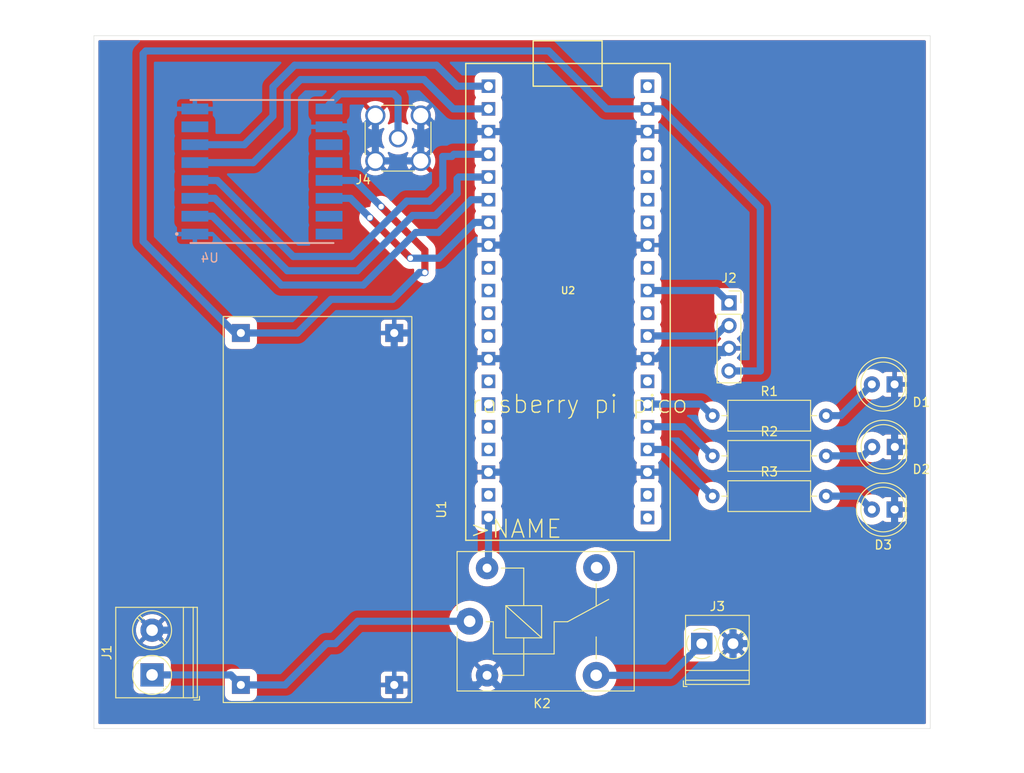
<source format=kicad_pcb>
(kicad_pcb (version 20240108) (generator "pcbnew") (generator_version "8.0")
  (layers (0 "F.Cu" signal) (31 "B.Cu" signal) (34 "B.Paste" user) (35 "F.Paste" user) (36 "B.SilkS" user "B.Silkscreen") (37 "F.SilkS" user "F.Silkscreen") (38 "B.Mask" user) (39 "F.Mask" user) (44 "Edge.Cuts" user))
  (net 0 "")
  (net 1 "GND")
  (net 2 "Net-(D1-A)")
  (net 3 "Net-(D2-A)")
  (net 4 "Net-(D3-A)")
  (net 5 "+12V")
  (net 6 "D0")
  (net 7 "+3.3V")
  (net 8 "A0")
  (net 9 "Pump active")
  (net 10 "Net-(J4-In)")
  (net 11 "RelayON")
  (net 12 "MoistureOK")
  (net 13 "MoistureLOW")
  (net 16 "SCK")
  (net 17 "MOSI")
  (net 18 "DIO0")
  (net 19 "NSS")
  (net 20 "MISO")
  (net 37 "RESET")
  (net 40 "IrrigON")
  (footprint "Connector_Coaxial:SMA_Amphenol_132134_Vertical" (layer "F.Cu") (at 119 54.46 180)
    (property "Reference" "J4" (at 3.887258 -4.637258 180) (layer "F.SilkS"))
    (property "Value" "Conn_Coaxial")
    (fp_line (start 3.68 -1.8) (end 3.68 1.8) (stroke (width 0.12)) (layer "F.SilkS"))
    (fp_line (start -1.8 3.68) (end 1.8 3.68) (stroke (width 0.12)) (layer "F.SilkS"))
    (fp_line (start -1.8 -3.68) (end 1.8 -3.68) (stroke (width 0.12)) (layer "F.SilkS"))
    (fp_line (start -3.68 -1.8) (end -3.68 1.8) (stroke (width 0.12)) (layer "F.SilkS"))
    (pad "1" thru_hole circle (at 0 0 180) (size 2.05 2.05) (drill 1.5) (layers "*.Cu" "*.Mask") (net 10 "Net-(J4-In)"))
    (pad "2" thru_hole circle (at -2.54 -2.54 180) (size 2.25 2.25) (drill 1.7) (layers "*.Cu" "*.Mask") (net 1 "GND"))
    (pad "2" thru_hole circle (at -2.54 2.54 180) (size 2.25 2.25) (drill 1.7) (layers "*.Cu" "*.Mask") (net 1 "GND"))
    (pad "2" thru_hole circle (at 2.54 -2.54 180) (size 2.25 2.25) (drill 1.7) (layers "*.Cu" "*.Mask") (net 1 "GND"))
    (pad "2" thru_hole circle (at 2.54 2.54 180) (size 2.25 2.25) (drill 1.7) (layers "*.Cu" "*.Mask") (net 1 "GND"))
  )
  (footprint "LED_THT:LED_D5.0mm_Clear" (layer "F.Cu") (at 174.54 89 180)
    (property "Reference" "D2" (at -2.96 -2.5 180) (layer "F.SilkS"))
    (property "Value" "Good moisture LED")
    (fp_line (start -1.29 -1.545) (end -1.29 1.545) (stroke (width 0.12)) (layer "F.SilkS"))
    (fp_arc (start 4.26 -0.000462) (mid 2.072002 2.880433) (end -1.29 1.54483) (stroke (width 0.12)) (layer "F.SilkS"))
    (fp_arc (start -1.29 -1.54483) (mid 2.072002 -2.880433) (end 4.26 0.000462) (stroke (width 0.12)) (layer "F.SilkS"))
    (fp_circle (center 1.27 0) (end 3.77 0) (stroke (width 0.12)) (fill none) (layer "F.SilkS"))
    (pad "1" thru_hole rect (at 0 0 180) (size 1.8 1.8) (drill 0.9) (layers "*.Cu" "*.Mask") (net 1 "GND"))
    (pad "2" thru_hole circle (at 2.54 0 180) (size 1.8 1.8) (drill 0.9) (layers "*.Cu" "*.Mask") (net 3 "Net-(D2-A)"))
  )
  (footprint "LED_THT:LED_D5.0mm_Clear" (layer "F.Cu") (at 174.51 82 180)
    (property "Reference" "D1" (at -2.99 -2 180) (layer "F.SilkS"))
    (property "Value" "irrigating LED")
    (fp_line (start -1.29 -1.545) (end -1.29 1.545) (stroke (width 0.12)) (layer "F.SilkS"))
    (fp_arc (start 4.26 -0.000462) (mid 2.072002 2.880433) (end -1.29 1.54483) (stroke (width 0.12)) (layer "F.SilkS"))
    (fp_arc (start -1.29 -1.54483) (mid 2.072002 -2.880433) (end 4.26 0.000462) (stroke (width 0.12)) (layer "F.SilkS"))
    (fp_circle (center 1.27 0) (end 3.77 0) (stroke (width 0.12)) (fill none) (layer "F.SilkS"))
    (pad "1" thru_hole rect (at 0 0 180) (size 1.8 1.8) (drill 0.9) (layers "*.Cu" "*.Mask") (net 1 "GND"))
    (pad "2" thru_hole circle (at 2.54 0 180) (size 1.8 1.8) (drill 0.9) (layers "*.Cu" "*.Mask") (net 2 "Net-(D1-A)"))
  )
  (footprint "TerminalBlock_Phoenix:TerminalBlock_Phoenix_PT-1,5-2-3.5-H_1x02_P3.50mm_Horizontal" (layer "F.Cu") (at 152.95 111)
    (property "Reference" "J3" (at 1.75 -4.16 0) (layer "F.SilkS"))
    (property "Value" "WaterPump connector")
    (fp_line (start -2.05 4.16) (end -2.05 4.8) (stroke (width 0.12)) (layer "F.SilkS"))
    (fp_line (start -2.05 4.8) (end -1.65 4.8) (stroke (width 0.12)) (layer "F.SilkS"))
    (fp_line (start -1.81 -3.16) (end -1.81 4.56) (stroke (width 0.12)) (layer "F.SilkS"))
    (fp_line (start -1.81 -3.16) (end 5.31 -3.16) (stroke (width 0.12)) (layer "F.SilkS"))
    (fp_line (start -1.81 3) (end 5.31 3) (stroke (width 0.12)) (layer "F.SilkS"))
    (fp_line (start -1.81 4.1) (end 5.31 4.1) (stroke (width 0.12)) (layer "F.SilkS"))
    (fp_line (start -1.81 4.56) (end 5.31 4.56) (stroke (width 0.12)) (layer "F.SilkS"))
    (fp_line (start 2.355 0.941) (end 2.226 1.069) (stroke (width 0.12)) (layer "F.SilkS"))
    (fp_line (start 2.525 1.181) (end 2.431 1.274) (stroke (width 0.12)) (layer "F.SilkS"))
    (fp_line (start 4.57 -1.275) (end 4.476 -1.181) (stroke (width 0.12)) (layer "F.SilkS"))
    (fp_line (start 4.775 -1.069) (end 4.646 -0.941) (stroke (width 0.12)) (layer "F.SilkS"))
    (fp_line (start 5.31 -3.16) (end 5.31 4.56) (stroke (width 0.12)) (layer "F.SilkS"))
    (fp_arc (start -1.425358 0.889894) (mid -1.680286 0.014012) (end -1.44 -0.866) (stroke (width 0.12)) (layer "F.SilkS"))
    (fp_arc (start -0.889894 -1.425358) (mid -0.014012 -1.680286) (end 0.866 -1.44) (stroke (width 0.12)) (layer "F.SilkS"))
    (fp_arc (start 0.028674 1.680099) (mid -0.435535 1.622918) (end -0.866 1.44) (stroke (width 0.12)) (layer "F.SilkS"))
    (fp_arc (start 0.890264 1.424721) (mid 0.463071 1.61492) (end 0 1.68) (stroke (width 0.12)) (layer "F.SilkS"))
    (fp_arc (start 1.425504 -0.890193) (mid 1.680626 0.000476) (end 1.425 0.891) (stroke (width 0.12)) (layer "F.SilkS"))
    (fp_circle (center 3.5 0) (end 5.18 0) (stroke (width 0.12)) (fill none) (layer "F.SilkS"))
    (pad "1" thru_hole rect (at 0 0) (size 2.4 2.4) (drill 1.2) (layers "*.Cu" "*.Mask") (net 9 "Pump active"))
    (pad "2" thru_hole circle (at 3.5 0) (size 2.4 2.4) (drill 1.2) (layers "*.Cu" "*.Mask") (net 1 "GND"))
  )
  (footprint "TerminalBlock_Phoenix:TerminalBlock_Phoenix_PT-1,5-2-5.0-H_1x02_P5.00mm_Horizontal" (layer "F.Cu") (at 91.5 114.5 90)
    (property "Reference" "J1" (at 2.5 -5.06 -90) (layer "F.SilkS"))
    (property "Value" "12VIN")
    (fp_line (start 7.56 -4.06) (end 7.56 5.06) (stroke (width 0.12)) (layer "F.SilkS"))
    (fp_line (start -2.56 -4.06) (end 7.56 -4.06) (stroke (width 0.12)) (layer "F.SilkS"))
    (fp_line (start -2.56 -4.06) (end -2.56 5.06) (stroke (width 0.12)) (layer "F.SilkS"))
    (fp_line (start 6.388 -1.654) (end 6.008 -1.274) (stroke (width 0.12)) (layer "F.SilkS"))
    (fp_line (start 1.388 -1.654) (end 1.281 -1.547) (stroke (width 0.12)) (layer "F.SilkS"))
    (fp_line (start 6.654 -1.388) (end 6.259 -0.992) (stroke (width 0.12)) (layer "F.SilkS"))
    (fp_line (start 1.654 -1.388) (end 1.547 -1.281) (stroke (width 0.12)) (layer "F.SilkS"))
    (fp_line (start 3.742 0.992) (end 3.347 1.388) (stroke (width 0.12)) (layer "F.SilkS"))
    (fp_line (start 3.993 1.274) (end 3.613 1.654) (stroke (width 0.12)) (layer "F.SilkS"))
    (fp_line (start -1.548 1.281) (end -1.654 1.388) (stroke (width 0.12)) (layer "F.SilkS"))
    (fp_line (start -1.282 1.547) (end -1.388 1.654) (stroke (width 0.12)) (layer "F.SilkS"))
    (fp_line (start -2.56 3.5) (end 7.56 3.5) (stroke (width 0.12)) (layer "F.SilkS"))
    (fp_line (start -2.56 4.6) (end 7.56 4.6) (stroke (width 0.12)) (layer "F.SilkS"))
    (fp_line (start -2.8 4.66) (end -2.8 5.3) (stroke (width 0.12)) (layer "F.SilkS"))
    (fp_line (start -2.56 5.06) (end 7.56 5.06) (stroke (width 0.12)) (layer "F.SilkS"))
    (fp_line (start -2.8 5.3) (end -2.4 5.3) (stroke (width 0.12)) (layer "F.SilkS"))
    (fp_circle (center 5 0) (end 7.18 0) (stroke (width 0.12)) (fill none) (layer "F.SilkS"))
    (fp_circle (center 0 0) (end 2.18 0) (stroke (width 0.12)) (fill none) (layer "F.SilkS"))
    (pad "1" thru_hole rect (at 0 0 90) (size 2.6 2.6) (drill 1.3) (layers "*.Cu" "*.Mask") (net 5 "+12V"))
    (pad "2" thru_hole circle (at 5 0 90) (size 2.6 2.6) (drill 1.3) (layers "*.Cu" "*.Mask") (net 1 "GND"))
  )
  (footprint "Resistor_THT:R_Axial_DIN0309_L9.0mm_D3.2mm_P12.70mm_Horizontal" (layer "F.Cu") (at 154.15 90)
    (property "Reference" "R2" (at 6.35 -2.72 0) (layer "F.SilkS"))
    (property "Value" "10k")
    (fp_line (start 1.04 0) (end 1.73 0) (stroke (width 0.12)) (layer "F.SilkS"))
    (fp_line (start 1.73 -1.72) (end 1.73 1.72) (stroke (width 0.12)) (layer "F.SilkS"))
    (fp_line (start 1.73 1.72) (end 10.97 1.72) (stroke (width 0.12)) (layer "F.SilkS"))
    (fp_line (start 10.97 -1.72) (end 1.73 -1.72) (stroke (width 0.12)) (layer "F.SilkS"))
    (fp_line (start 10.97 1.72) (end 10.97 -1.72) (stroke (width 0.12)) (layer "F.SilkS"))
    (fp_line (start 11.66 0) (end 10.97 0) (stroke (width 0.12)) (layer "F.SilkS"))
    (pad "1" thru_hole circle (at 0 0) (size 1.6 1.6) (drill 0.8) (layers "*.Cu" "*.Mask") (net 12 "MoistureOK"))
    (pad "2" thru_hole oval (at 12.7 0) (size 1.6 1.6) (drill 0.8) (layers "*.Cu" "*.Mask") (net 3 "Net-(D2-A)"))
  )
  (footprint "My_Footprints:LM2596_Buck converter" (layer "F.Cu") (at 124.351 96 90)
    (property "Reference" "U1" (at 0 -0.5 90) (layer "F.SilkS"))
    (property "Value" "LM2596_buck_converter")
    (fp_rect (start -21.59 -24.892) (end 21.59 -3.81) (stroke (width 0.12)) (fill none) (layer "F.SilkS"))
    (pad "1" thru_hole rect (at -19.6215 -22.9235 90) (size 2 2) (drill 0.9) (layers "*.Cu" "*.Mask") (net 5 "+12V"))
    (pad "2" thru_hole rect (at -19.6215 -5.7785 90) (size 2 2) (drill 0.9) (layers "*.Cu" "*.Mask") (net 1 "GND"))
    (pad "3" thru_hole rect (at 19.7485 -5.7785 90) (size 2 2) (drill 0.9) (layers "*.Cu" "*.Mask") (net 1 "GND"))
    (pad "4" thru_hole rect (at 19.7485 -22.9235 90) (size 2 2) (drill 0.9) (layers "*.Cu" "*.Mask") (net 7 "+3.3V"))
  )
  (footprint "RASPBERRY_PI_PICO:RASPBERRY_PI_PICO" (layer "F.Cu") (at 138 71.5)
    (property "Reference" "U2" (at 0 0 0) (layer "F.SilkS") (effects (font (size 0.787402 0.787402))))
    (property "Value" "RASPBERRY_PI_PICO")
    (fp_line (start -11.43 -25.4) (end -11.43 27.94) (stroke (width 0.1524)) (layer "F.SilkS"))
    (fp_line (start -11.43 27.94) (end 11.43 27.94) (stroke (width 0.1524)) (layer "F.SilkS"))
    (fp_line (start -3.89331 -27.94) (end -3.89331 -22.86) (stroke (width 0.1524)) (layer "F.SilkS"))
    (fp_line (start -3.89331 -22.86) (end 3.81 -22.86) (stroke (width 0.1524)) (layer "F.SilkS"))
    (fp_line (start 3.81 -27.94) (end -3.89331 -27.94) (stroke (width 0.1524)) (layer "F.SilkS"))
    (fp_line (start 3.81 -22.86) (end 3.81 -27.94) (stroke (width 0.1524)) (layer "F.SilkS"))
    (fp_line (start 11.43 -25.4) (end -11.43 -25.4) (stroke (width 0.1524)) (layer "F.SilkS"))
    (fp_line (start 11.43 27.94) (end 11.43 -25.4) (stroke (width 0.1524)) (layer "F.SilkS"))
    (fp_text user "rasberry pi pico" (at 1.27 12.7 0) (layer "F.SilkS") (effects (font (size 2 2))))
    (fp_text user ">NAME " (at -5.08 26.67 0) (layer "F.SilkS") (effects (font (size 2 2))))
    (pad "3V3" thru_hole rect (at 8.89 -12.7) (size 1.508 1.508) (drill 1) (layers "*.Cu" "*.Mask"))
    (pad "3V3_EN" thru_hole rect (at 8.89 -15.24) (size 1.508 1.508) (drill 1) (layers "*.Cu" "*.Mask"))
    (pad "ADC_VREF" thru_hole rect (at 8.89 -10.16) (size 1.508 1.508) (drill 1) (layers "*.Cu" "*.Mask"))
    (pad "AGND" thru_hole rect (at 8.89 -5.08) (size 1.508 1.508) (drill 1) (layers "*.Cu" "*.Mask") (net 1 "GND"))
    (pad "GND" thru_hole rect (at 8.89 -17.78) (size 1.508 1.508) (drill 1) (layers "*.Cu" "*.Mask") (net 1 "GND"))
    (pad "GND2" thru_hole rect (at 8.89 7.62) (size 1.508 1.508) (drill 1) (layers "*.Cu" "*.Mask") (net 1 "GND"))
    (pad "GND3" thru_hole rect (at 8.89 20.32) (size 1.508 1.508) (drill 1) (layers "*.Cu" "*.Mask") (net 1 "GND"))
    (pad "GND4" thru_hole rect (at -8.89 -17.78) (size 1.508 1.508) (drill 1) (layers "*.Cu" "*.Mask") (net 1 "GND"))
    (pad "GND5" thru_hole rect (at -8.89 -5.08) (size 1.508 1.508) (drill 1) (layers "*.Cu" "*.Mask") (net 1 "GND"))
    (pad "GND6" thru_hole rect (at -8.89 7.62) (size 1.508 1.508) (drill 1) (layers "*.Cu" "*.Mask") (net 1 "GND"))
    (pad "GND7" thru_hole rect (at -8.89 20.32) (size 1.508 1.508) (drill 1) (layers "*.Cu" "*.Mask") (net 1 "GND"))
    (pad "GP0" thru_hole rect (at -8.89 -22.86) (size 1.508 1.508) (drill 1) (layers "*.Cu" "*.Mask") (net 37 "RESET"))
    (pad "GP1" thru_hole rect (at -8.89 -20.32) (size 1.508 1.508) (drill 1) (layers "*.Cu" "*.Mask") (net 19 "NSS"))
    (pad "GP2" thru_hole rect (at -8.89 -15.24) (size 1.508 1.508) (drill 1) (layers "*.Cu" "*.Mask") (net 16 "SCK"))
    (pad "GP3" thru_hole rect (at -8.89 -12.7) (size 1.508 1.508) (drill 1) (layers "*.Cu" "*.Mask") (net 17 "MOSI"))
    (pad "GP4" thru_hole rect (at -8.89 -10.16) (size 1.508 1.508) (drill 1) (layers "*.Cu" "*.Mask") (net 20 "MISO"))
    (pad "GP5" thru_hole rect (at -8.89 -7.62) (size 1.508 1.508) (drill 1) (layers "*.Cu" "*.Mask") (net 18 "DIO0"))
    (pad "GP6" thru_hole rect (at -8.89 -2.54) (size 1.508 1.508) (drill 1) (layers "*.Cu" "*.Mask"))
    (pad "GP7" thru_hole rect (at -8.89 0) (size 1.508 1.508) (drill 1) (layers "*.Cu" "*.Mask"))
    (pad "GP8" thru_hole rect (at -8.89 2.54) (size 1.508 1.508) (drill 1) (layers "*.Cu" "*.Mask"))
    (pad "GP9" thru_hole rect (at -8.89 5.08) (size 1.508 1.508) (drill 1) (layers "*.Cu" "*.Mask"))
    (pad "GP10" thru_hole rect (at -8.89 10.16) (size 1.508 1.508) (drill 1) (layers "*.Cu" "*.Mask"))
    (pad "GP11" thru_hole rect (at -8.89 12.7) (size 1.508 1.508) (drill 1) (layers "*.Cu" "*.Mask"))
    (pad "GP12" thru_hole rect (at -8.89 15.24) (size 1.508 1.508) (drill 1) (layers "*.Cu" "*.Mask"))
    (pad "GP13" thru_hole rect (at -8.89 17.78) (size 1.508 1.508) (drill 1) (layers "*.Cu" "*.Mask"))
    (pad "GP14" thru_hole rect (at -8.89 22.86) (size 1.508 1.508) (drill 1) (layers "*.Cu" "*.Mask"))
    (pad "GP15" thru_hole rect (at -8.89 25.4) (size 1.508 1.508) (drill 1) (layers "*.Cu" "*.Mask") (net 11 "RelayON"))
    (pad "GP16" thru_hole rect (at 8.89 25.4) (size 1.508 1.508) (drill 1) (layers "*.Cu" "*.Mask"))
    (pad "GP17" thru_hole rect (at 8.89 22.86) (size 1.508 1.508) (drill 1) (layers "*.Cu" "*.Mask"))
    (pad "GP18" thru_hole rect (at 8.89 17.78) (size 1.508 1.508) (drill 1) (layers "*.Cu" "*.Mask") (net 13 "MoistureLOW"))
    (pad "GP19" thru_hole rect (at 8.89 15.24) (size 1.508 1.508) (drill 1) (layers "*.Cu" "*.Mask") (net 12 "MoistureOK"))
    (pad "GP20" thru_hole rect (at 8.89 12.7) (size 1.508 1.508) (drill 1) (layers "*.Cu" "*.Mask") (net 40 "IrrigON"))
    (pad "GP21" thru_hole rect (at 8.89 10.16) (size 1.508 1.508) (drill 1) (layers "*.Cu" "*.Mask"))
    (pad "GP22" thru_hole rect (at 8.89 5.08) (size 1.508 1.508) (drill 1) (layers "*.Cu" "*.Mask") (net 6 "D0"))
    (pad "GP26_A0" thru_hole rect (at 8.89 0) (size 1.508 1.508) (drill 1) (layers "*.Cu" "*.Mask") (net 8 "A0"))
    (pad "GP27_A1" thru_hole rect (at 8.89 -2.54) (size 1.508 1.508) (drill 1) (layers "*.Cu" "*.Mask"))
    (pad "GP28_A2" thru_hole rect (at 8.89 -7.62) (size 1.508 1.508) (drill 1) (layers "*.Cu" "*.Mask"))
    (pad "RUN" thru_hole rect (at 8.89 2.54) (size 1.508 1.508) (drill 1) (layers "*.Cu" "*.Mask"))
    (pad "VBUS" thru_hole rect (at 8.89 -22.86) (size 1.508 1.508) (drill 1) (layers "*.Cu" "*.Mask"))
    (pad "VSYS" thru_hole rect (at 8.89 -20.32) (size 1.508 1.508) (drill 1) (layers "*.Cu" "*.Mask") (net 7 "+3.3V"))
  )
  (footprint "Connector_PinSocket_2.54mm:PinSocket_1x04_P2.54mm_Vertical" (layer "F.Cu") (at 156 72.88)
    (property "Reference" "J2" (at 0 -2.77 0) (layer "F.SilkS"))
    (property "Value" "SoilMoisture sensor")
    (fp_line (start -1.33 1.27) (end -1.33 8.95) (stroke (width 0.12)) (layer "F.SilkS"))
    (fp_line (start -1.33 1.27) (end 1.33 1.27) (stroke (width 0.12)) (layer "F.SilkS"))
    (fp_line (start -1.33 8.95) (end 1.33 8.95) (stroke (width 0.12)) (layer "F.SilkS"))
    (fp_line (start 0 -1.33) (end 1.33 -1.33) (stroke (width 0.12)) (layer "F.SilkS"))
    (fp_line (start 1.33 -1.33) (end 1.33 0) (stroke (width 0.12)) (layer "F.SilkS"))
    (fp_line (start 1.33 1.27) (end 1.33 8.95) (stroke (width 0.12)) (layer "F.SilkS"))
    (pad "1" thru_hole rect (at 0 0) (size 1.7 1.7) (drill 1) (layers "*.Cu" "*.Mask") (net 8 "A0"))
    (pad "2" thru_hole oval (at 0 2.54) (size 1.7 1.7) (drill 1) (layers "*.Cu" "*.Mask") (net 6 "D0"))
    (pad "3" thru_hole oval (at 0 5.08) (size 1.7 1.7) (drill 1) (layers "*.Cu" "*.Mask") (net 1 "GND"))
    (pad "4" thru_hole oval (at 0 7.62) (size 1.7 1.7) (drill 1) (layers "*.Cu" "*.Mask") (net 7 "+3.3V"))
  )
  (footprint "Relay_THT:Relay_SPDT_SANYOU_SRD_Series_Form_C" (layer "F.Cu") (at 127 108.5)
    (property "Reference" "K2" (at 8.1 9.2 0) (layer "F.SilkS"))
    (property "Value" "SANYOU_SRD_Form_C")
    (fp_line (start -1.4 -7.8) (end -1.4 -1.2) (stroke (width 0.12)) (layer "F.SilkS"))
    (fp_line (start -1.4 -7.8) (end 18.4 -7.8) (stroke (width 0.12)) (layer "F.SilkS"))
    (fp_line (start -1.4 1.2) (end -1.4 7.8) (stroke (width 0.12)) (layer "F.SilkS"))
    (fp_line (start 2.65 0.05) (end 1.85 0.05) (stroke (width 0.12)) (layer "F.SilkS"))
    (fp_line (start 2.65 0.05) (end 2.65 3.65) (stroke (width 0.12)) (layer "F.SilkS"))
    (fp_line (start 3.55 6.05) (end 6.05 6.05) (stroke (width 0.12)) (layer "F.SilkS"))
    (fp_line (start 4.05 -1.75) (end 8.05 -1.75) (stroke (width 0.12)) (layer "F.SilkS"))
    (fp_line (start 4.05 1.85) (end 4.05 -1.75) (stroke (width 0.12)) (layer "F.SilkS"))
    (fp_line (start 6.05 -5.95) (end 3.55 -5.95) (stroke (width 0.12)) (layer "F.SilkS"))
    (fp_line (start 6.05 -5.95) (end 6.05 -1.75) (stroke (width 0.12)) (layer "F.SilkS"))
    (fp_line (start 6.05 1.85) (end 6.05 6.05) (stroke (width 0.12)) (layer "F.SilkS"))
    (fp_line (start 8.05 -1.75) (end 8.05 1.85) (stroke (width 0.12)) (layer "F.SilkS"))
    (fp_line (start 8.05 1.85) (end 4.05 -1.75) (stroke (width 0.12)) (layer "F.SilkS"))
    (fp_line (start 8.05 1.85) (end 4.05 1.85) (stroke (width 0.12)) (layer "F.SilkS"))
    (fp_line (start 9.45 0.05) (end 9.45 3.65) (stroke (width 0.12)) (layer "F.SilkS"))
    (fp_line (start 9.45 0.05) (end 10.95 0.05) (stroke (width 0.12)) (layer "F.SilkS"))
    (fp_line (start 9.45 3.65) (end 2.65 3.65) (stroke (width 0.12)) (layer "F.SilkS"))
    (fp_line (start 10.95 0.05) (end 15.55 -2.45) (stroke (width 0.12)) (layer "F.SilkS"))
    (fp_line (start 14.15 -4.2) (end 14.15 -1.7) (stroke (width 0.12)) (layer "F.SilkS"))
    (fp_line (start 14.15 4.2) (end 14.15 1.75) (stroke (width 0.12)) (layer "F.SilkS"))
    (fp_line (start 18.4 -7.8) (end 18.4 7.8) (stroke (width 0.12)) (layer "F.SilkS"))
    (fp_line (start 18.4 7.8) (end -1.4 7.8) (stroke (width 0.12)) (layer "F.SilkS"))
    (pad "1" thru_hole circle (at 0 0 90) (size 3 3) (drill 1.3) (layers "*.Cu" "*.Mask") (net 5 "+12V"))
    (pad "2" thru_hole circle (at 1.95 6.05 90) (size 2.5 2.5) (drill 1) (layers "*.Cu" "*.Mask") (net 1 "GND"))
    (pad "3" thru_hole circle (at 14.15 6.05 90) (size 3 3) (drill 1.3) (layers "*.Cu" "*.Mask") (net 9 "Pump active"))
    (pad "4" thru_hole circle (at 14.2 -6 90) (size 3 3) (drill 1.3) (layers "*.Cu" "*.Mask"))
    (pad "5" thru_hole circle (at 1.95 -5.95 90) (size 2.5 2.5) (drill 1) (layers "*.Cu" "*.Mask") (net 11 "RelayON"))
  )
  (footprint "Resistor_THT:R_Axial_DIN0309_L9.0mm_D3.2mm_P12.70mm_Horizontal" (layer "F.Cu") (at 154.15 94.5)
    (property "Reference" "R3" (at 6.35 -2.72 0) (layer "F.SilkS"))
    (property "Value" "10k")
    (fp_line (start 1.04 0) (end 1.73 0) (stroke (width 0.12)) (layer "F.SilkS"))
    (fp_line (start 1.73 -1.72) (end 1.73 1.72) (stroke (width 0.12)) (layer "F.SilkS"))
    (fp_line (start 1.73 1.72) (end 10.97 1.72) (stroke (width 0.12)) (layer "F.SilkS"))
    (fp_line (start 10.97 -1.72) (end 1.73 -1.72) (stroke (width 0.12)) (layer "F.SilkS"))
    (fp_line (start 10.97 1.72) (end 10.97 -1.72) (stroke (width 0.12)) (layer "F.SilkS"))
    (fp_line (start 11.66 0) (end 10.97 0) (stroke (width 0.12)) (layer "F.SilkS"))
    (pad "1" thru_hole circle (at 0 0) (size 1.6 1.6) (drill 0.8) (layers "*.Cu" "*.Mask") (net 13 "MoistureLOW"))
    (pad "2" thru_hole oval (at 12.7 0) (size 1.6 1.6) (drill 0.8) (layers "*.Cu" "*.Mask") (net 4 "Net-(D3-A)"))
  )
  (footprint "Resistor_THT:R_Axial_DIN0309_L9.0mm_D3.2mm_P12.70mm_Horizontal" (layer "F.Cu") (at 154.15 85.5)
    (property "Reference" "R1" (at 6.35 -2.72 0) (layer "F.SilkS"))
    (property "Value" "10k")
    (fp_line (start 1.04 0) (end 1.73 0) (stroke (width 0.12)) (layer "F.SilkS"))
    (fp_line (start 1.73 -1.72) (end 1.73 1.72) (stroke (width 0.12)) (layer "F.SilkS"))
    (fp_line (start 1.73 1.72) (end 10.97 1.72) (stroke (width 0.12)) (layer "F.SilkS"))
    (fp_line (start 10.97 -1.72) (end 1.73 -1.72) (stroke (width 0.12)) (layer "F.SilkS"))
    (fp_line (start 10.97 1.72) (end 10.97 -1.72) (stroke (width 0.12)) (layer "F.SilkS"))
    (fp_line (start 11.66 0) (end 10.97 0) (stroke (width 0.12)) (layer "F.SilkS"))
    (pad "1" thru_hole circle (at 0 0) (size 1.6 1.6) (drill 0.8) (layers "*.Cu" "*.Mask") (net 40 "IrrigON"))
    (pad "2" thru_hole oval (at 12.7 0) (size 1.6 1.6) (drill 0.8) (layers "*.Cu" "*.Mask") (net 2 "Net-(D1-A)"))
  )
  (footprint "LED_THT:LED_D5.0mm_Clear" (layer "F.Cu") (at 174.51 96 180)
    (property "Reference" "D3" (at 1.27 -3.96 180) (layer "F.SilkS"))
    (property "Value" "low moisture LED")
    (fp_line (start -1.29 -1.545) (end -1.29 1.545) (stroke (width 0.12)) (layer "F.SilkS"))
    (fp_arc (start 4.26 -0.000462) (mid 2.072002 2.880433) (end -1.29 1.54483) (stroke (width 0.12)) (layer "F.SilkS"))
    (fp_arc (start -1.29 -1.54483) (mid 2.072002 -2.880433) (end 4.26 0.000462) (stroke (width 0.12)) (layer "F.SilkS"))
    (fp_circle (center 1.27 0) (end 3.77 0) (stroke (width 0.12)) (fill none) (layer "F.SilkS"))
    (pad "1" thru_hole rect (at 0 0 180) (size 1.8 1.8) (drill 0.9) (layers "*.Cu" "*.Mask") (net 1 "GND"))
    (pad "2" thru_hole circle (at 2.54 0 180) (size 1.8 1.8) (drill 0.9) (layers "*.Cu" "*.Mask") (net 4 "Net-(D3-A)"))
  )
  (footprint "My_Footprints:RFM69HCW LoRa module" (layer "B.Cu") (at 103.787258 58.187258)
    (property "Reference" "U4" (at -5.84038 9.6604 360) (layer "B.SilkS") (effects (font (size 1.00263 1.00263)) (justify mirror)))
    (property "Value" "RFM69HCW LoRa module")
    (fp_line (start -8 -8) (end 8 -8) (stroke (width 0.2032)) (layer "B.SilkS"))
    (fp_line (start 8 8) (end -8 8) (stroke (width 0.2032)) (layer "B.SilkS"))
    (fp_circle (center -9.525 6.985) (end -9.425 6.985) (stroke (width 0.2)) (fill none) (layer "B.SilkS"))
    (pad "1" smd rect (at -7.5 7) (size 3 1.2) (layers "B.Cu" "B.Paste" "B.Mask") (net 1 "GND"))
    (pad "2" smd rect (at -7.5 5) (size 3 1.2) (layers "B.Cu" "B.Paste" "B.Mask") (net 20 "MISO"))
    (pad "3" smd rect (at -7.5 3) (size 3 1.2) (layers "B.Cu" "B.Paste" "B.Mask") (net 17 "MOSI"))
    (pad "4" smd rect (at -7.5 1) (size 3 1.2) (layers "B.Cu" "B.Paste" "B.Mask") (net 16 "SCK"))
    (pad "5" smd rect (at -7.5 -1) (size 3 1.2) (layers "B.Cu" "B.Paste" "B.Mask") (net 19 "NSS"))
    (pad "6" smd rect (at -7.5 -3) (size 3 1.2) (layers "B.Cu" "B.Paste" "B.Mask") (net 37 "RESET"))
    (pad "7" smd rect (at -7.5 -5) (size 3 1.2) (layers "B.Cu" "B.Paste" "B.Mask"))
    (pad "8" smd rect (at -7.5 -7) (size 3 1.2) (layers "B.Cu" "B.Paste" "B.Mask") (net 1 "GND"))
    (pad "9" smd rect (at 7.5 -7) (size 3 1.2) (layers "B.Cu" "B.Paste" "B.Mask") (net 10 "Net-(J4-In)"))
    (pad "10" smd rect (at 7.5 -5) (size 3 1.2) (layers "B.Cu" "B.Paste" "B.Mask") (net 1 "GND"))
    (pad "11" smd rect (at 7.5 -3) (size 3 1.2) (layers "B.Cu" "B.Paste" "B.Mask"))
    (pad "12" smd rect (at 7.5 -1) (size 3 1.2) (layers "B.Cu" "B.Paste" "B.Mask"))
    (pad "13" smd rect (at 7.5 1) (size 3 1.2) (layers "B.Cu" "B.Paste" "B.Mask") (net 7 "+3.3V"))
    (pad "14" smd rect (at 7.5 3) (size 3 1.2) (layers "B.Cu" "B.Paste" "B.Mask") (net 18 "DIO0"))
    (pad "15" smd rect (at 7.5 5) (size 3 1.2) (layers "B.Cu" "B.Paste" "B.Mask"))
    (pad "16" smd rect (at 7.5 7) (size 3 1.2) (layers "B.Cu" "B.Paste" "B.Mask"))
  )
  (gr_line (start 85 43) (end 178.5 43) (stroke (width 0.05)) (layer "Edge.Cuts"))
  (gr_line (start 85 120.5) (end 85 43) (stroke (width 0.05)) (layer "Edge.Cuts"))
  (gr_line (start 178.5 120.5) (end 85 120.5) (stroke (width 0.05)) (layer "Edge.Cuts"))
  (gr_line (start 178.5 43) (end 178.5 119) (stroke (width 0.05)) (layer "Edge.Cuts"))
  (gr_line (start 178.5 119) (end 178.5 120.5) (stroke (width 0.05)) (layer "Edge.Cuts"))
  (segment (start 155.51 78.45) (end 156 77.96) (width 0.8) (layer "B.Cu") (net 1))
  (segment (start 129.11 91.82) (end 137.5 91.82) (width 0.8) (layer "B.Cu") (net 1))
  (segment (start 152.5 96.406) (end 150.943629 94.849629) (width 0.8) (layer "B.Cu") (net 1))
  (segment (start 132 117.6) (end 132 118.5) (width 0.8) (layer "B.Cu") (net 1))
  (segment (start 132 118.5) (end 156 118.5) (width 0.8) (layer "B.Cu") (net 1))
  (segment (start 121.54 51.92) (end 121.92 51.92) (width 0.8) (layer "B.Cu") (net 1))
  (segment (start 154.321572 97.5) (end 152.5 97.5) (width 0.8) (layer "B.Cu") (net 1))
  (segment (start 156.45 99.628428) (end 154.321572 97.5) (width 0.8) (layer "B.Cu") (net 1))
  (segment (start 156.45 111) (end 156.45 99.628428) (width 0.8) (layer "B.Cu") (net 1))
  (segment (start 115.192742 53.187258) (end 116.46 51.92) (width 0.8) (layer "B.Cu") (net 1))
  (segment (start 156 118.5) (end 156.5 118) (width 0.8) (layer "B.Cu") (net 1))
  (segment (start 123.72 53.72) (end 129.11 53.72) (width 0.8) (layer "B.Cu") (net 1))
  (segment (start 150.943629 93.556371) (end 149.207258 91.82) (width 0.8) (layer "B.Cu") (net 1))
  (segment (start 174.51 107.99) (end 174.51 96) (width 0.8) (layer "B.Cu") (net 1))
  (segment (start 171.5 111) (end 174.51 107.99) (width 0.8) (layer "B.Cu") (net 1))
  (segment (start 118.5725 115.6215) (end 127.8785 115.6215) (width 0.8) (layer "B.Cu") (net 1))
  (segment (start 127.8785 115.6215) (end 128.95 114.55) (width 0.8) (layer "B.Cu") (net 1))
  (segment (start 116.46 57) (end 121.54 57) (width 0.8) (layer "B.Cu") (net 1))
  (segment (start 150.943629 94.849629) (end 150.943629 93.556371) (width 0.8) (layer "B.Cu") (net 1))
  (segment (start 174.51 82) (end 174.51 88.97) (width 0.8) (layer "B.Cu") (net 1))
  (segment (start 122.7515 76.2515) (end 125.62 79.12) (width 0.8) (layer "B.Cu") (net 1))
  (segment (start 104 109.5) (end 118.5725 94.9275) (width 0.8) (layer "B.Cu") (net 1))
  (segment (start 129.11 53.72) (end 137.5 53.72) (width 0.8) (layer "B.Cu") (net 1))
  (segment (start 149.207258 91.82) (end 146.89 91.82) (width 0.8) (layer "B.Cu") (net 1))
  (segment (start 137.5 91.82) (end 146.89 91.82) (width 0.8) (layer "B.Cu") (net 1))
  (segment (start 174.51 89.03) (end 174.54 89) (width 0.8) (layer "B.Cu") (net 1))
  (segment (start 125.62 79.12) (end 129.11 79.12) (width 0.8) (layer "B.Cu") (net 1))
  (segment (start 111.287258 53.187258) (end 115.192742 53.187258) (width 0.8) (layer "B.Cu") (net 1))
  (segment (start 174.51 96) (end 174.51 89.03) (width 0.8) (layer "B.Cu") (net 1))
  (segment (start 174.51 88.97) (end 174.54 89) (width 0.8) (layer "B.Cu") (net 1))
  (segment (start 137.5 53.72) (end 137.5 91.82) (width 0.8) (layer "B.Cu") (net 1))
  (segment (start 146.89 79.12) (end 147.88 79.12) (width 0.8) (layer "B.Cu") (net 1))
  (segment (start 125.62 79.12) (end 125.5 79) (width 0.8) (layer "B.Cu") (net 1))
  (segment (start 137.5 53.72) (end 146.89 53.72) (width 0.8) (layer "B.Cu") (net 1))
  (segment (start 129.11 66.42) (end 146.89 66.42) (width 0.8) (layer "B.Cu") (net 1))
  (segment (start 121.92 51.92) (end 123.72 53.72) (width 0.8) (layer "B.Cu") (net 1))
  (segment (start 148.55 78.45) (end 155.51 78.45) (width 0.8) (layer "B.Cu") (net 1))
  (segment (start 152.5 97.5) (end 152.5 96.406) (width 0.8) (layer "B.Cu") (net 1))
  (segment (start 118.5725 76.2515) (end 122.7515 76.2515) (width 0.8) (layer "B.Cu") (net 1))
  (segment (start 116.46 51.92) (end 116.46 57) (width 0.8) (layer "B.Cu") (net 1))
  (segment (start 118.5725 94.9275) (end 118.5725 76.2515) (width 0.8) (layer "B.Cu") (net 1))
  (segment (start 156.45 111) (end 171.5 111) (width 0.8) (layer "B.Cu") (net 1))
  (segment (start 91.5 109.5) (end 104 109.5) (width 0.8) (layer "B.Cu") (net 1))
  (segment (start 156.5 118) (end 156.45 117.95) (width 0.8) (layer "B.Cu") (net 1))
  (segment (start 147.88 79.12) (end 148.55 78.45) (width 0.8) (layer "B.Cu") (net 1))
  (segment (start 129.11 79.12) (end 146.89 79.12) (width 0.8) (layer "B.Cu") (net 1))
  (segment (start 128.95 114.55) (end 132 117.6) (width 0.8) (layer "B.Cu") (net 1))
  (segment (start 156.45 117.95) (end 156.45 111) (width 0.8) (layer "B.Cu") (net 1))
  (segment (start 121.54 57) (end 121.54 51.92) (width 0.8) (layer "B.Cu") (net 1))
  (segment (start 166.85 85.5) (end 168.47 85.5) (width 0.8) (layer "B.Cu") (net 2))
  (segment (start 168.47 85.5) (end 171.97 82) (width 0.8) (layer "B.Cu") (net 2))
  (segment (start 171 90) (end 172 89) (width 0.8) (layer "B.Cu") (net 3))
  (segment (start 166.85 90) (end 171 90) (width 0.8) (layer "B.Cu") (net 3))
  (segment (start 170.47 94.5) (end 171.97 96) (width 0.8) (layer "B.Cu") (net 4))
  (segment (start 166.85 94.5) (end 170.47 94.5) (width 0.8) (layer "B.Cu") (net 4))
  (segment (start 106.3785 115.6215) (end 111 111) (width 0.8) (layer "B.Cu") (net 5))
  (segment (start 114.5 108.5) (end 127 108.5) (width 0.8) (layer "B.Cu") (net 5))
  (segment (start 100.306 114.5) (end 101.4275 115.6215) (width 0.8) (layer "B.Cu") (net 5))
  (segment (start 91.5 114.5) (end 100.306 114.5) (width 0.8) (layer "B.Cu") (net 5))
  (segment (start 126.173 107.673) (end 127 108.5) (width 0.8) (layer "B.Cu") (net 5))
  (segment (start 112 111) (end 114.5 108.5) (width 0.8) (layer "B.Cu") (net 5))
  (segment (start 101.4275 115.6215) (end 106.3785 115.6215) (width 0.8) (layer "B.Cu") (net 5))
  (segment (start 111 111) (end 112 111) (width 0.8) (layer "B.Cu") (net 5))
  (segment (start 155.640862 75.42) (end 156 75.42) (width 0.8) (layer "B.Cu") (net 6))
  (segment (start 154.480862 76.58) (end 155.640862 75.42) (width 0.8) (layer "B.Cu") (net 6))
  (segment (start 146.89 76.58) (end 154.480862 76.58) (width 0.8) (layer "B.Cu") (net 6))
  (segment (start 117.105887 62.105887) (end 122 67) (width 0.8) (layer "F.Cu") (net 7))
  (segment (start 122 67) (end 122 69.481371) (width 0.8) (layer "F.Cu") (net 7))
  (via (at 122 69.481371) (size 0.8) (drill 0.6) (layers "F.Cu" "B.Cu") (net 7))
  (via (at 117.105887 62.105887) (size 0.8) (drill 0.6) (layers "F.Cu" "B.Cu") (net 7))
  (segment (start 111.512742 72.487258) (end 107.7485 76.2515) (width 0.8) (layer "B.Cu") (net 7))
  (segment (start 142.32 51.18) (end 146.89 51.18) (width 0.8) (layer "B.Cu") (net 7))
  (segment (start 90.8 44.7) (end 135.84 44.7) (width 0.8) (layer "B.Cu") (net 7))
  (segment (start 121.391129 69.481371) (end 118.385242 72.487258) (width 0.8) (layer "B.Cu") (net 7))
  (segment (start 90.5 66) (end 90.5 45) (width 0.8) (layer "B.Cu") (net 7))
  (segment (start 135.84 44.7) (end 142.32 51.18) (width 0.8) (layer "B.Cu") (net 7))
  (segment (start 101.4275 76.2515) (end 100.7515 76.2515) (width 0.8) (layer "B.Cu") (net 7))
  (segment (start 100.7515 76.2515) (end 90.5 66) (width 0.8) (layer "B.Cu") (net 7))
  (segment (start 122 69.481371) (end 121.391129 69.481371) (width 0.8) (layer "B.Cu") (net 7))
  (segment (start 148.444 51.18) (end 159.5 62.236) (width 0.8) (layer "B.Cu") (net 7))
  (segment (start 107.7485 76.2515) (end 101.4275 76.2515) (width 0.8) (layer "B.Cu") (net 7))
  (segment (start 114.187258 59.187258) (end 117.105887 62.105887) (width 0.8) (layer "B.Cu") (net 7))
  (segment (start 118.385242 72.487258) (end 111.512742 72.487258) (width 0.8) (layer "B.Cu") (net 7))
  (segment (start 111.287258 59.187258) (end 114.187258 59.187258) (width 0.8) (layer "B.Cu") (net 7))
  (segment (start 159.5 62.236) (end 159.5 80.5) (width 0.8) (layer "B.Cu") (net 7))
  (segment (start 159.5 80.5) (end 156 80.5) (width 0.8) (layer "B.Cu") (net 7))
  (segment (start 90.5 45) (end 90.8 44.7) (width 0.8) (layer "B.Cu") (net 7))
  (segment (start 146.89 51.18) (end 148.444 51.18) (width 0.8) (layer "B.Cu") (net 7))
  (segment (start 154.62 71.5) (end 156 72.88) (width 0.8) (layer "B.Cu") (net 8))
  (segment (start 146.89 71.5) (end 154.62 71.5) (width 0.8) (layer "B.Cu") (net 8))
  (segment (start 149.4 114.55) (end 152.95 111) (width 0.8) (layer "B.Cu") (net 9))
  (segment (start 141.15 114.55) (end 149.4 114.55) (width 0.8) (layer "B.Cu") (net 9))
  (segment (start 111.287258 51.187258) (end 111.287258 50.712742) (width 0.8) (layer "B.Cu") (net 10))
  (segment (start 112.5 49.5) (end 118.5 49.5) (width 0.8) (layer "B.Cu") (net 10))
  (segment (start 119 50) (end 119 54.46) (width 0.8) (layer "B.Cu") (net 10))
  (segment (start 111.287258 50.712742) (end 112.5 49.5) (width 0.8) (layer "B.Cu") (net 10))
  (segment (start 118.5 49.5) (end 119 50) (width 0.8) (layer "B.Cu") (net 10))
  (segment (start 129.11 102.39) (end 128.95 102.55) (width 0.8) (layer "B.Cu") (net 11))
  (segment (start 129.11 96.9) (end 129.11 102.39) (width 0.8) (layer "B.Cu") (net 11))
  (segment (start 146.89 86.74) (end 150.89 86.74) (width 0.8) (layer "B.Cu") (net 12))
  (segment (start 150.89 86.74) (end 154.15 90) (width 0.8) (layer "B.Cu") (net 12))
  (segment (start 146.89 89.28) (end 148.93 89.28) (width 0.8) (layer "B.Cu") (net 13))
  (segment (start 148.93 89.28) (end 154.15 94.5) (width 0.8) (layer "B.Cu") (net 13))
  (segment (start 98.787258 59.187258) (end 107.287258 67.687258) (width 0.8) (layer "B.Cu") (net 16))
  (segment (start 96.287258 59.187258) (end 98.787258 59.187258) (width 0.8) (layer "B.Cu") (net 16))
  (segment (start 122.5 61.5) (end 124 60) (width 0.8) (layer "B.Cu") (net 16))
  (segment (start 125.24 56.26) (end 129.11 56.26) (width 0.8) (layer "B.Cu") (net 16))
  (segment (start 124 60) (end 124 56.5) (width 0.8) (layer "B.Cu") (net 16))
  (segment (start 113.787258 67.687258) (end 119.974516 61.5) (width 0.8) (layer "B.Cu") (net 16))
  (segment (start 124 56.5) (end 125 56.5) (width 0.8) (layer "B.Cu") (net 16))
  (segment (start 125 56.5) (end 125.24 56.26) (width 0.8) (layer "B.Cu") (net 16))
  (segment (start 119.974516 61.5) (end 122.5 61.5) (width 0.8) (layer "B.Cu") (net 16))
  (segment (start 107.287258 67.687258) (end 113.787258 67.687258) (width 0.8) (layer "B.Cu") (net 16))
  (segment (start 128.91 59) (end 129.11 58.8) (width 0.8) (layer "F.Cu") (net 17))
  (segment (start 106.624516 69.287258) (end 114.45 69.287258) (width 0.8) (layer "B.Cu") (net 17))
  (segment (start 125.6 60.662742) (end 125.6 59) (width 0.8) (layer "B.Cu") (net 17))
  (segment (start 114.45 69.287258) (end 120.637258 63.1) (width 0.8) (layer "B.Cu") (net 17))
  (segment (start 96.287258 61.187258) (end 98.524516 61.187258) (width 0.8) (layer "B.Cu") (net 17))
  (segment (start 120.637258 63.1) (end 123.162742 63.1) (width 0.8) (layer "B.Cu") (net 17))
  (segment (start 125.6 59) (end 125.8 58.8) (width 0.8) (layer "B.Cu") (net 17))
  (segment (start 98.524516 61.187258) (end 106.624516 69.287258) (width 0.8) (layer "B.Cu") (net 17))
  (segment (start 123.162742 63.1) (end 125.6 60.662742) (width 0.8) (layer "B.Cu") (net 17))
  (segment (start 125.8 58.8) (end 129.11 58.8) (width 0.8) (layer "B.Cu") (net 17))
  (segment (start 115.855887 63.355887) (end 120.381371 67.881371) (width 0.8) (layer "F.Cu") (net 18))
  (via (at 120.381371 67.881371) (size 0.8) (drill 0.6) (layers "F.Cu" "B.Cu") (net 18))
  (via (at 115.855887 63.355887) (size 0.8) (drill 0.6) (layers "F.Cu" "B.Cu") (net 18))
  (segment (start 111.287258 61.187258) (end 113.687258 61.187258) (width 0.8) (layer "B.Cu") (net 18))
  (segment (start 113.687258 61.187258) (end 115.855887 63.355887) (width 0.8) (layer "B.Cu") (net 18))
  (segment (start 120.381371 67.881371) (end 123.554629 67.881371) (width 0.8) (layer "B.Cu") (net 18))
  (segment (start 127.556 63.88) (end 129.11 63.88) (width 0.8) (layer "B.Cu") (net 18))
  (segment (start 123.554629 67.881371) (end 127.556 63.88) (width 0.8) (layer "B.Cu") (net 18))
  (segment (start 108.1 47.9) (end 121.9 47.9) (width 0.8) (layer "B.Cu") (net 19))
  (segment (start 102.812742 57.187258) (end 106.612742 53.387258) (width 0.8) (layer "B.Cu") (net 19))
  (segment (start 125.18 51.18) (end 129.11 51.18) (width 0.8) (layer "B.Cu") (net 19))
  (segment (start 106.612742 49.387258) (end 108.1 47.9) (width 0.8) (layer "B.Cu") (net 19))
  (segment (start 121.9 47.9) (end 125.18 51.18) (width 0.8) (layer "B.Cu") (net 19))
  (segment (start 96.287258 57.187258) (end 102.812742 57.187258) (width 0.8) (layer "B.Cu") (net 19))
  (segment (start 106.612742 53.387258) (end 106.612742 49.387258) (width 0.8) (layer "B.Cu") (net 19))
  (segment (start 128.77 61) (end 129.11 61.34) (width 0.8) (layer "F.Cu") (net 20))
  (segment (start 115.112742 70.887258) (end 121 65) (width 0.8) (layer "B.Cu") (net 20))
  (segment (start 127.185484 61.34) (end 129.11 61.34) (width 0.8) (layer "B.Cu") (net 20))
  (segment (start 123.525484 65) (end 127.185484 61.34) (width 0.8) (layer "B.Cu") (net 20))
  (segment (start 96.287258 63.187258) (end 98.261774 63.187258) (width 0.8) (layer "B.Cu") (net 20))
  (segment (start 105.961774 70.887258) (end 115.112742 70.887258) (width 0.8) (layer "B.Cu") (net 20))
  (segment (start 121 65) (end 123.525484 65) (width 0.8) (layer "B.Cu") (net 20))
  (segment (start 98.261774 63.187258) (end 105.961774 70.887258) (width 0.8) (layer "B.Cu") (net 20))
  (segment (start 101.812742 55.187258) (end 105.012742 51.987258) (width 0.8) (layer "B.Cu") (net 37))
  (segment (start 105.012742 51.987258) (end 105.012742 48.724516) (width 0.8) (layer "B.Cu") (net 37))
  (segment (start 107.437258 46.3) (end 123.3 46.3) (width 0.8) (layer "B.Cu") (net 37))
  (segment (start 105.012742 48.724516) (end 107.437258 46.3) (width 0.8) (layer "B.Cu") (net 37))
  (segment (start 96.287258 55.187258) (end 101.812742 55.187258) (width 0.8) (layer "B.Cu") (net 37))
  (segment (start 125.64 48.64) (end 129.11 48.64) (width 0.8) (layer "B.Cu") (net 37))
  (segment (start 123.3 46.3) (end 125.64 48.64) (width 0.8) (layer "B.Cu") (net 37))
  (segment (start 152.85 84.2) (end 154.15 85.5) (width 0.8) (layer "B.Cu") (net 40))
  (segment (start 146.89 84.2) (end 152.85 84.2) (width 0.8) (layer "B.Cu") (net 40))
  (zone (net 1) (net_name "GND") (layers "F&B.Cu") (connect_pads (clearance 0.5)) (min_thickness 0.25) (fill yes (thermal_gap 0.5) (thermal_bridge_width 0.5))
    (polygon (pts (xy 83.5 39) (xy 189 39.5) (xy 185.5 123.5) (xy 74.5 125.5)))
  )
)
</source>
